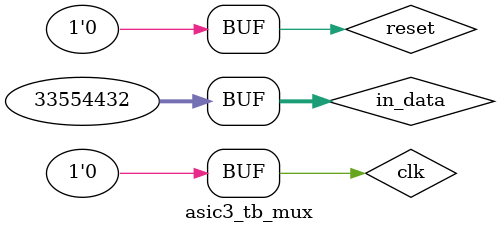
<source format=v>
`timescale 1ns / 1ps


module asic3_tb_mux;

	// Inputs
	reg clk;
	reg reset;
	reg [31:0] in_data;

	// Outputs
	wire [31:0] out_var;

	// Instantiate the Unit Under Test (UUT)
	asic2 uut (
		.clk(clk), 
		.reset(reset), 
		.in_data(in_data), 
		.out_var(out_var)
	);

	initial begin
		
		clk = 0;
		reset = 0;
		//in_w = 32'h02000000;
		in_data = 0;

		// Wait 100 ns for global reset to finish
		#100;
		reset = 1;
		#100;
		reset = 0;
		
		#100; clk=1; #100; clk=0;
		#100; clk=1; #100; clk=0;
		
		// A
		in_data = 32'h6a09e667;
		#100; clk=1; #100; clk=0;
		
		// B
		in_data = 32'hbb67ae85;
		#100; clk=1; #100; clk=0;
		
		// C
		in_data = 32'h3c6ef372;
		#100; clk=1; #100; clk=0;
		
		// D
		in_data = 32'ha54ff53a;
		#100; clk=1; #100; clk=0;
		
		// E
		in_data = 32'h510e527f;
		#100; clk=1; #100; clk=0;
		
		// F
		in_data = 32'h9b05688c;
		#100; clk=1; #100; clk=0;
		
		// G
		in_data = 32'h1f83d9ab;
		#100; clk=1; #100; clk=0;
		
		// H
		in_data = 32'h5be0cd19;
		#100; clk=1; #100; clk=0;
		
		// output 
		#100; clk=1; #100; clk=0;
		in_data = 32'h02000000;
		#100; clk=1; #100; clk=0;
		// in_w = 32'h12300000;
		
		#100; clk=1; #100; clk=0;
		#100; clk=1; #100; clk=0;
		
		#100; clk=1; #100; clk=0;
		#100; clk=1; #100; clk=0;
		#100; clk=1; #100; clk=0;
		#100; clk=1; #100; clk=0;
	

	end
      
endmodule


</source>
